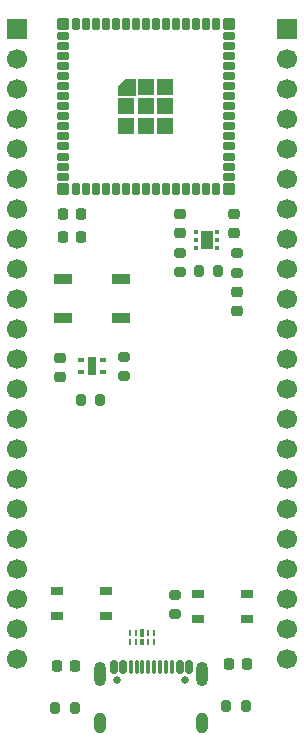
<source format=gts>
%TF.GenerationSoftware,KiCad,Pcbnew,9.0.6*%
%TF.CreationDate,2025-12-14T16:55:08-06:00*%
%TF.ProjectId,PCB,5043422e-6b69-4636-9164-5f7063625858,rev?*%
%TF.SameCoordinates,Original*%
%TF.FileFunction,Soldermask,Top*%
%TF.FilePolarity,Negative*%
%FSLAX46Y46*%
G04 Gerber Fmt 4.6, Leading zero omitted, Abs format (unit mm)*
G04 Created by KiCad (PCBNEW 9.0.6) date 2025-12-14 16:55:08*
%MOMM*%
%LPD*%
G01*
G04 APERTURE LIST*
G04 Aperture macros list*
%AMRoundRect*
0 Rectangle with rounded corners*
0 $1 Rounding radius*
0 $2 $3 $4 $5 $6 $7 $8 $9 X,Y pos of 4 corners*
0 Add a 4 corners polygon primitive as box body*
4,1,4,$2,$3,$4,$5,$6,$7,$8,$9,$2,$3,0*
0 Add four circle primitives for the rounded corners*
1,1,$1+$1,$2,$3*
1,1,$1+$1,$4,$5*
1,1,$1+$1,$6,$7*
1,1,$1+$1,$8,$9*
0 Add four rect primitives between the rounded corners*
20,1,$1+$1,$2,$3,$4,$5,0*
20,1,$1+$1,$4,$5,$6,$7,0*
20,1,$1+$1,$6,$7,$8,$9,0*
20,1,$1+$1,$8,$9,$2,$3,0*%
G04 Aperture macros list end*
%ADD10C,0.010000*%
%ADD11R,1.050000X0.650000*%
%ADD12R,1.700000X1.700000*%
%ADD13C,1.700000*%
%ADD14R,0.250000X0.625000*%
%ADD15R,0.450000X0.700000*%
%ADD16R,0.450000X0.575000*%
%ADD17RoundRect,0.225000X-0.250000X0.225000X-0.250000X-0.225000X0.250000X-0.225000X0.250000X0.225000X0*%
%ADD18RoundRect,0.200000X0.200000X0.275000X-0.200000X0.275000X-0.200000X-0.275000X0.200000X-0.275000X0*%
%ADD19RoundRect,0.200000X-0.275000X0.200000X-0.275000X-0.200000X0.275000X-0.200000X0.275000X0.200000X0*%
%ADD20RoundRect,0.200000X-0.200000X-0.275000X0.200000X-0.275000X0.200000X0.275000X-0.200000X0.275000X0*%
%ADD21RoundRect,0.225000X0.225000X0.250000X-0.225000X0.250000X-0.225000X-0.250000X0.225000X-0.250000X0*%
%ADD22RoundRect,0.200000X0.275000X-0.200000X0.275000X0.200000X-0.275000X0.200000X-0.275000X-0.200000X0*%
%ADD23RoundRect,0.225000X0.250000X-0.225000X0.250000X0.225000X-0.250000X0.225000X-0.250000X-0.225000X0*%
%ADD24RoundRect,0.225000X-0.225000X-0.250000X0.225000X-0.250000X0.225000X0.250000X-0.225000X0.250000X0*%
%ADD25RoundRect,0.218750X0.256250X-0.218750X0.256250X0.218750X-0.256250X0.218750X-0.256250X-0.218750X0*%
%ADD26C,0.650000*%
%ADD27RoundRect,0.150000X-0.150000X-0.425000X0.150000X-0.425000X0.150000X0.425000X-0.150000X0.425000X0*%
%ADD28RoundRect,0.075000X-0.075000X-0.500000X0.075000X-0.500000X0.075000X0.500000X-0.075000X0.500000X0*%
%ADD29O,1.000000X2.100000*%
%ADD30O,1.000000X1.800000*%
%ADD31RoundRect,0.093750X-0.093750X-0.106250X0.093750X-0.106250X0.093750X0.106250X-0.093750X0.106250X0*%
%ADD32R,1.000000X1.600000*%
%ADD33R,0.600000X0.400000*%
%ADD34R,0.700000X1.600000*%
%ADD35RoundRect,0.090000X-0.660000X-0.360000X0.660000X-0.360000X0.660000X0.360000X-0.660000X0.360000X0*%
%ADD36RoundRect,0.102000X-0.400000X-0.200000X0.400000X-0.200000X0.400000X0.200000X-0.400000X0.200000X0*%
%ADD37RoundRect,0.102000X-0.200000X-0.400000X0.200000X-0.400000X0.200000X0.400000X-0.200000X0.400000X0*%
%ADD38RoundRect,0.102000X-0.600000X-0.600000X0.600000X-0.600000X0.600000X0.600000X-0.600000X0.600000X0*%
%ADD39RoundRect,0.102000X-0.400000X-0.400000X0.400000X-0.400000X0.400000X0.400000X-0.400000X0.400000X0*%
G04 APERTURE END LIST*
D10*
%TO.C,U1*%
X124946000Y-71679000D02*
X123546000Y-71679000D01*
X123546000Y-70929000D01*
X124196000Y-70279000D01*
X124946000Y-70279000D01*
X124946000Y-71679000D01*
G36*
X124946000Y-71679000D02*
G01*
X123546000Y-71679000D01*
X123546000Y-70929000D01*
X124196000Y-70279000D01*
X124946000Y-70279000D01*
X124946000Y-71679000D01*
G37*
%TD*%
D11*
%TO.C,RESET1*%
X130343000Y-113919000D03*
X134493000Y-113919000D03*
X130343000Y-116069000D03*
X134493000Y-116069000D03*
%TD*%
D12*
%TO.C,J1*%
X115010000Y-66110000D03*
D13*
X115010000Y-68650000D03*
X115010000Y-71190000D03*
X115010000Y-73730000D03*
X115010000Y-76270000D03*
X115010000Y-78810000D03*
X115010000Y-81350000D03*
X115010000Y-83890000D03*
X115010000Y-86430000D03*
X115010000Y-88970000D03*
X115010000Y-91510000D03*
X115010000Y-94050000D03*
X115010000Y-96590000D03*
X115010000Y-99130000D03*
X115010000Y-101670000D03*
X115010000Y-104210000D03*
X115010000Y-106750000D03*
X115010000Y-109290000D03*
X115010000Y-111830000D03*
X115010000Y-114370000D03*
X115010000Y-116910000D03*
X115010000Y-119450000D03*
%TD*%
D14*
%TO.C,U2*%
X126555500Y-117208000D03*
X126055500Y-117208000D03*
D15*
X125555500Y-117245500D03*
D14*
X125055500Y-117208000D03*
X124555500Y-117208000D03*
X124555500Y-117983000D03*
X125055500Y-117983000D03*
D16*
X125555500Y-118008000D03*
D14*
X126055500Y-117983000D03*
X126555500Y-117983000D03*
%TD*%
D17*
%TO.C,C5*%
X118618000Y-93967000D03*
X118618000Y-95517000D03*
%TD*%
D18*
%TO.C,R1*%
X119888000Y-123571000D03*
X118238000Y-123571000D03*
%TD*%
D19*
%TO.C,R5*%
X124079000Y-93854000D03*
X124079000Y-95504000D03*
%TD*%
D20*
%TO.C,R4*%
X120397000Y-97536000D03*
X122047000Y-97536000D03*
%TD*%
D19*
%TO.C,R8*%
X133604000Y-85086000D03*
X133604000Y-86736000D03*
%TD*%
D21*
%TO.C,C3*%
X134493000Y-119888000D03*
X132943000Y-119888000D03*
%TD*%
D22*
%TO.C,R6*%
X128778000Y-86673000D03*
X128778000Y-85023000D03*
%TD*%
D23*
%TO.C,C6*%
X133350000Y-83325000D03*
X133350000Y-81775000D03*
%TD*%
D24*
%TO.C,C4*%
X118364000Y-120015000D03*
X119914000Y-120015000D03*
%TD*%
D25*
%TO.C,D2*%
X133604000Y-89941500D03*
X133604000Y-88366500D03*
%TD*%
D11*
%TO.C,BOOT1*%
X118405000Y-113665000D03*
X122555000Y-113665000D03*
X118405000Y-115815000D03*
X122555000Y-115815000D03*
%TD*%
D24*
%TO.C,C2*%
X118846000Y-83693000D03*
X120396000Y-83693000D03*
%TD*%
D26*
%TO.C,JUSB1*%
X123470000Y-121200000D03*
X129250000Y-121200000D03*
D27*
X123160000Y-120125000D03*
X123960000Y-120125000D03*
D28*
X125110000Y-120125000D03*
X126110000Y-120125000D03*
X126610000Y-120125000D03*
X127610000Y-120125000D03*
D27*
X128760000Y-120125000D03*
X129560000Y-120125000D03*
X129560000Y-120125000D03*
X128760000Y-120125000D03*
D28*
X128110000Y-120125000D03*
X127110000Y-120125000D03*
X125610000Y-120125000D03*
X124610000Y-120125000D03*
D27*
X123960000Y-120125000D03*
X123160000Y-120125000D03*
D29*
X122040000Y-120700000D03*
D30*
X122040000Y-124880000D03*
D29*
X130680000Y-120700000D03*
D30*
X130680000Y-124880000D03*
%TD*%
D12*
%TO.C,J3*%
X137870000Y-66110000D03*
D13*
X137870000Y-68650000D03*
X137870000Y-71190000D03*
X137870000Y-73730000D03*
X137870000Y-76270000D03*
X137870000Y-78810000D03*
X137870000Y-81350000D03*
X137870000Y-83890000D03*
X137870000Y-86430000D03*
X137870000Y-88970000D03*
X137870000Y-91510000D03*
X137870000Y-94050000D03*
X137870000Y-96590000D03*
X137870000Y-99130000D03*
X137870000Y-101670000D03*
X137870000Y-104210000D03*
X137870000Y-106750000D03*
X137870000Y-109290000D03*
X137870000Y-111830000D03*
X137870000Y-114370000D03*
X137870000Y-116910000D03*
X137870000Y-119450000D03*
%TD*%
D20*
%TO.C,R2*%
X132716000Y-123444000D03*
X134366000Y-123444000D03*
%TD*%
D18*
%TO.C,R7*%
X132016000Y-86610000D03*
X130366000Y-86610000D03*
%TD*%
D24*
%TO.C,C1*%
X118846000Y-81788000D03*
X120396000Y-81788000D03*
%TD*%
D23*
%TO.C,C7*%
X128778000Y-83325000D03*
X128778000Y-81775000D03*
%TD*%
D31*
%TO.C,U3*%
X130154500Y-83312000D03*
X130154500Y-83962000D03*
X130154500Y-84612000D03*
X131929500Y-84612000D03*
X131929500Y-83962000D03*
X131929500Y-83312000D03*
D32*
X131042000Y-83962000D03*
%TD*%
D33*
%TO.C,U4*%
X120401000Y-94140000D03*
X120401000Y-95090000D03*
X122301000Y-95090000D03*
X122301000Y-94140000D03*
D34*
X121351000Y-94615000D03*
%TD*%
D35*
%TO.C,D1*%
X118872000Y-87249000D03*
X118872000Y-90549000D03*
X123772000Y-90549000D03*
X123772000Y-87249000D03*
%TD*%
D22*
%TO.C,R3*%
X128397000Y-115633000D03*
X128397000Y-113983000D03*
%TD*%
D36*
%TO.C,U1*%
X118896000Y-66679000D03*
X118896000Y-67529000D03*
X118896000Y-68379000D03*
X118896000Y-69229000D03*
X118896000Y-70079000D03*
X118896000Y-70929000D03*
X118896000Y-71779000D03*
X118896000Y-72629000D03*
X118896000Y-73479000D03*
X118896000Y-74329000D03*
X118896000Y-75179000D03*
X118896000Y-76029000D03*
X118896000Y-76879000D03*
X118896000Y-77729000D03*
X118896000Y-78579000D03*
D37*
X119946000Y-79629000D03*
X120796000Y-79629000D03*
X121646000Y-79629000D03*
X122496000Y-79629000D03*
X123346000Y-79629000D03*
X124196000Y-79629000D03*
X125046000Y-79629000D03*
X125896000Y-79629000D03*
X126746000Y-79629000D03*
X127596000Y-79629000D03*
X128446000Y-79629000D03*
X129296000Y-79629000D03*
X130146000Y-79629000D03*
X130996000Y-79629000D03*
X131846000Y-79629000D03*
D36*
X132896000Y-78579000D03*
X132896000Y-77729000D03*
X132896000Y-76879000D03*
X132896000Y-76029000D03*
X132896000Y-75179000D03*
X132896000Y-74329000D03*
X132896000Y-73479000D03*
X132896000Y-72629000D03*
X132896000Y-71779000D03*
X132896000Y-70929000D03*
X132896000Y-70079000D03*
X132896000Y-69229000D03*
X132896000Y-68379000D03*
X132896000Y-67529000D03*
X132896000Y-66679000D03*
D37*
X131846000Y-65629000D03*
X130996000Y-65629000D03*
X130146000Y-65629000D03*
X129296000Y-65629000D03*
X128446000Y-65629000D03*
X127596000Y-65629000D03*
X126746000Y-65629000D03*
X125896000Y-65629000D03*
X125046000Y-65629000D03*
X124196000Y-65629000D03*
X123346000Y-65629000D03*
X122496000Y-65629000D03*
X121646000Y-65629000D03*
X120796000Y-65629000D03*
X119946000Y-65629000D03*
D38*
X125896000Y-72629000D03*
X125896000Y-70979000D03*
X127546000Y-70979000D03*
X127546000Y-72629000D03*
X127546000Y-74279000D03*
X125896000Y-74279000D03*
X124246000Y-74279000D03*
X124246000Y-72629000D03*
D39*
X118896000Y-65629000D03*
X118896000Y-79629000D03*
X132896000Y-79629000D03*
X132896000Y-65629000D03*
%TD*%
M02*

</source>
